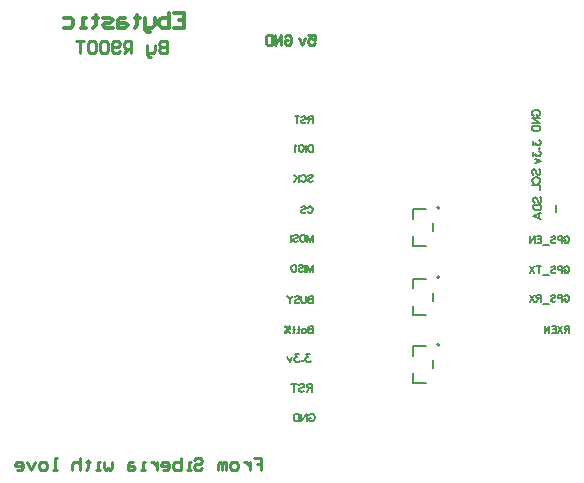
<source format=gbr>
G04*
G04 #@! TF.GenerationSoftware,Altium Limited,Altium Designer,25.5.2 (35)*
G04*
G04 Layer_Color=65535*
%FSLAX44Y44*%
%MOMM*%
G71*
G04*
G04 #@! TF.SameCoordinates,A89DEE48-1FC4-4ACA-BA4E-A691071BA7A7*
G04*
G04*
G04 #@! TF.FilePolarity,Positive*
G04*
G01*
G75*
%ADD13C,0.1016*%
%ADD14C,0.2540*%
%ADD15C,0.2000*%
%ADD16C,0.1778*%
%ADD49C,0.1300*%
%ADD50C,0.3000*%
D13*
X275316Y391728D02*
D03*
D14*
X292128Y384204D02*
X293461Y385537D01*
X296127D01*
X297460Y384204D01*
Y378873D01*
X296127Y377540D01*
X293461D01*
X292128Y378873D01*
Y381539D01*
X294794D01*
X289463Y377540D02*
Y385537D01*
X284131Y377540D01*
Y385537D01*
X281465D02*
Y377540D01*
X277467D01*
X276134Y378873D01*
Y384204D01*
X277467Y385537D01*
X281465D01*
X312128D02*
X317460D01*
Y381539D01*
X314794Y382872D01*
X313461D01*
X312128Y381539D01*
Y378873D01*
X313461Y377540D01*
X316127D01*
X317460Y378873D01*
X309463Y382872D02*
X306797Y377540D01*
X304131Y382872D01*
X192460Y380869D02*
Y370872D01*
X187462D01*
X185795Y372538D01*
Y374204D01*
X187462Y375871D01*
X192460D01*
X187462D01*
X185795Y377537D01*
Y379203D01*
X187462Y380869D01*
X192460D01*
X182463Y377537D02*
Y372538D01*
X180797Y370872D01*
X175799D01*
Y369206D01*
X177465Y367540D01*
X179131D01*
X175799Y370872D02*
Y377537D01*
X162470Y370872D02*
Y380869D01*
X157471D01*
X155805Y379203D01*
Y375871D01*
X157471Y374204D01*
X162470D01*
X159137D02*
X155805Y370872D01*
X152473Y372538D02*
X150807Y370872D01*
X147474D01*
X145808Y372538D01*
Y379203D01*
X147474Y380869D01*
X150807D01*
X152473Y379203D01*
Y377537D01*
X150807Y375871D01*
X145808D01*
X137478Y380869D02*
X140810D01*
X142476Y379203D01*
Y372538D01*
X140810Y370872D01*
X137478D01*
X135812Y372538D01*
Y379203D01*
X137478Y380869D01*
X127481D02*
X130813D01*
X132479Y379203D01*
Y372538D01*
X130813Y370872D01*
X127481D01*
X125815Y372538D01*
Y379203D01*
X127481Y380869D01*
X122483D02*
X115818D01*
X119150D01*
Y370872D01*
X265795Y27537D02*
X272460D01*
Y22538D01*
X269128D01*
X272460D01*
Y17540D01*
X262463Y24204D02*
Y17540D01*
Y20872D01*
X260797Y22538D01*
X259131Y24204D01*
X257465D01*
X250800Y17540D02*
X247468D01*
X245802Y19206D01*
Y22538D01*
X247468Y24204D01*
X250800D01*
X252466Y22538D01*
Y19206D01*
X250800Y17540D01*
X242470D02*
Y24204D01*
X240804D01*
X239137Y22538D01*
Y17540D01*
Y22538D01*
X237471Y24204D01*
X235805Y22538D01*
Y17540D01*
X215812Y25871D02*
X217478Y27537D01*
X220810D01*
X222476Y25871D01*
Y24204D01*
X220810Y22538D01*
X217478D01*
X215812Y20872D01*
Y19206D01*
X217478Y17540D01*
X220810D01*
X222476Y19206D01*
X212479Y17540D02*
X209147D01*
X210813D01*
Y24204D01*
X212479D01*
X204149Y27537D02*
Y17540D01*
X199150D01*
X197484Y19206D01*
Y20872D01*
Y22538D01*
X199150Y24204D01*
X204149D01*
X189153Y17540D02*
X192486D01*
X194152Y19206D01*
Y22538D01*
X192486Y24204D01*
X189153D01*
X187487Y22538D01*
Y20872D01*
X194152D01*
X184155Y24204D02*
Y17540D01*
Y20872D01*
X182489Y22538D01*
X180823Y24204D01*
X179157D01*
X174158Y17540D02*
X170826D01*
X172492D01*
Y24204D01*
X174158D01*
X164162D02*
X160829D01*
X159163Y22538D01*
Y17540D01*
X164162D01*
X165828Y19206D01*
X164162Y20872D01*
X159163D01*
X145834Y24204D02*
Y19206D01*
X144168Y17540D01*
X142502Y19206D01*
X140836Y17540D01*
X139170Y19206D01*
Y24204D01*
X135837Y17540D02*
X132505D01*
X134171D01*
Y24204D01*
X135837D01*
X125841Y25871D02*
Y24204D01*
X127507D01*
X124174D01*
X125841D01*
Y19206D01*
X124174Y17540D01*
X119176Y27537D02*
Y17540D01*
Y22538D01*
X117510Y24204D01*
X114178D01*
X112512Y22538D01*
Y17540D01*
X99183D02*
X95850D01*
X97516D01*
Y27537D01*
X99183D01*
X89186Y17540D02*
X85854D01*
X84187Y19206D01*
Y22538D01*
X85854Y24204D01*
X89186D01*
X90852Y22538D01*
Y19206D01*
X89186Y17540D01*
X80855Y24204D02*
X77523Y17540D01*
X74191Y24204D01*
X65860Y17540D02*
X69192D01*
X70858Y19206D01*
Y22538D01*
X69192Y24204D01*
X65860D01*
X64194Y22538D01*
Y20872D01*
X70858D01*
D15*
X423328Y239620D02*
G03*
X423328Y239620I-1000J0D01*
G01*
Y123620D02*
G03*
X423328Y123620I-1000J0D01*
G01*
Y180620D02*
G03*
X423328Y180620I-1000J0D01*
G01*
D16*
X301896Y189941D02*
X302169Y189123D01*
X517594Y165087D02*
X518139Y165632D01*
X532921Y133508D02*
Y139235D01*
X312205Y137053D02*
X312478Y136780D01*
X310070Y115501D02*
X313570D01*
X312478Y136780D02*
X313296Y136508D01*
X501943Y320982D02*
X502580Y321618D01*
X303969Y187214D02*
X304242Y187760D01*
X518139Y139235D02*
X521685D01*
X301787Y161635D02*
X303424Y162181D01*
X307511Y87539D02*
X308147Y87857D01*
X505329Y247689D02*
X505647Y247052D01*
X315751Y210978D02*
Y216705D01*
X305224Y214523D02*
X305496Y215341D01*
X532648Y211071D02*
X532921Y211890D01*
X310133Y160544D02*
Y164635D01*
X508957Y285003D02*
Y285957D01*
X504313Y265393D02*
X505904D01*
X308496Y235108D02*
X309314Y235381D01*
X310133Y315672D02*
Y316217D01*
X531285Y190035D02*
X531830Y189762D01*
X308769Y133508D02*
X309314Y133780D01*
X304647Y86266D02*
X304965Y86584D01*
X306314Y262596D02*
X306860Y262051D01*
X308060Y288542D02*
X308333Y289360D01*
X311387Y185578D02*
Y191305D01*
X306860Y311581D02*
X307678Y311308D01*
X523758Y163178D02*
X524576Y162905D01*
X523485Y139235D02*
X527303Y133508D01*
X302370Y108819D02*
X303325D01*
X504821Y284366D02*
X505139Y283730D01*
X299974Y60250D02*
X300292Y59614D01*
X307514Y189396D02*
X307787Y189941D01*
X505812Y165632D02*
X506630Y165905D01*
X303969Y164362D02*
X304514Y163817D01*
X523485Y187581D02*
X523758Y187308D01*
X509465Y245462D02*
Y246734D01*
X306860Y267233D02*
X307405Y267505D01*
X299605Y211796D02*
Y212614D01*
X523212Y213526D02*
Y214344D01*
X300779Y112319D02*
X301098Y112637D01*
X505267Y268765D02*
X505586Y268129D01*
X307405Y261778D02*
X308496D01*
X304242Y291542D02*
X304514Y292087D01*
X509085Y209708D02*
Y215435D01*
X300461Y111365D02*
X300779Y112319D01*
X508307Y319072D02*
Y320345D01*
X306042Y240017D02*
X306587Y240562D01*
X293551Y133508D02*
X294096Y134053D01*
X529648Y160450D02*
X530194Y160178D01*
X517594Y160996D02*
X518139Y160450D01*
X316901Y59614D02*
X317219Y60250D01*
X317537Y61205D02*
Y62795D01*
X507989Y305645D02*
X508307Y306600D01*
X504503Y277175D02*
X508957Y279084D01*
X298896Y191033D02*
X299442Y191305D01*
X523485Y214890D02*
X523758Y215163D01*
X531285Y215435D02*
X531830Y215163D01*
X518957Y184308D02*
X520048D01*
X502783Y239543D02*
X503102Y238589D01*
X314114Y240835D02*
X314660Y240562D01*
X295732Y139235D02*
X296278D01*
X300696Y317035D02*
X304514D01*
X517594Y214617D02*
X518139Y215163D01*
X312478Y162181D02*
X313296Y161908D01*
X311520Y87539D02*
X312474Y87221D01*
X307951Y216705D02*
X308496Y216432D01*
X315751Y287178D02*
Y292905D01*
X301242Y164362D02*
X302060Y164635D01*
X308465Y88175D02*
X308783Y88811D01*
X504821Y293657D02*
Y294612D01*
X505647Y247052D02*
X506283Y245143D01*
X501767Y270356D02*
X502086Y271311D01*
X315751Y237290D02*
Y238653D01*
X300696Y213705D02*
X302333Y214251D01*
X518685Y212435D02*
X520321Y212981D01*
Y187581D02*
X520867Y187853D01*
X507685Y287548D02*
X508321Y287230D01*
X502722Y264756D02*
X503358Y265074D01*
X309314Y235381D02*
X309860Y235926D01*
X307678Y317035D02*
X308769D01*
X532376Y189217D02*
X532648Y188671D01*
X309860Y134326D02*
X310133Y135144D01*
X304329Y84675D02*
X304965Y84039D01*
X306042Y263142D02*
X306314Y262596D01*
X307787Y287996D02*
X308060Y288542D01*
X309587Y185578D02*
Y191305D01*
X304514Y287996D02*
X305060Y287451D01*
X524576Y162905D02*
X527030D01*
X529103Y137598D02*
Y138144D01*
X303151Y137326D02*
X305060D01*
X508639Y284048D02*
X508957Y285003D01*
X499648Y184308D02*
X503466Y190035D01*
X307242Y189123D02*
X307514Y189396D01*
X505539Y165360D02*
X505812Y165632D01*
X304514Y163271D02*
Y163817D01*
X523758Y187308D02*
X524576Y187035D01*
X507556Y243870D02*
X508511D01*
X306042Y266142D02*
X306314Y266687D01*
X300969Y210978D02*
X302060D01*
X532648Y214072D02*
X532921Y213253D01*
X301734Y112956D02*
X302688D01*
X505586Y268129D02*
X505904Y267811D01*
X308496Y240835D02*
X309314Y240562D01*
X305060Y292633D02*
X305605Y292905D01*
X505539Y215435D02*
X509085D01*
X300461Y110728D02*
X300779Y109774D01*
X507989Y320982D02*
X508307Y320345D01*
X306587Y237563D02*
X307132Y237835D01*
X292460Y133780D02*
X293005Y133508D01*
X529103Y165087D02*
X529648Y165632D01*
X518139Y160450D02*
X518957Y160178D01*
X316264Y58977D02*
X316901Y59614D01*
X312764Y61205D02*
X314355D01*
X501625Y308827D02*
X508307D01*
X504503Y280993D02*
X508957Y279084D01*
X300533Y191305D02*
X301078Y191033D01*
X523758Y212708D02*
X524576Y212435D01*
X531830Y215163D02*
X532376Y214617D01*
X518139Y189762D02*
X518957Y190035D01*
X503102Y238589D02*
X503738Y237952D01*
X312478Y240562D02*
X313024Y240835D01*
X523485Y212981D02*
X523758Y212708D01*
X296005Y137326D02*
X296551D01*
X306860Y313763D02*
X307405Y314035D01*
X523212Y214344D02*
X523485Y214890D01*
X312478Y161635D02*
X313296Y161908D01*
X314355Y65341D02*
X315628D01*
X311933Y263414D02*
X312205Y263960D01*
X313842Y292905D02*
X315751D01*
X302169Y187760D02*
Y189123D01*
X506630Y165905D02*
X509085D01*
X508639Y286912D02*
X508957Y285957D01*
X503358Y265074D02*
X504313Y265393D01*
X311660Y236472D02*
X311933Y235926D01*
X301883Y58659D02*
X304110D01*
X531830Y184580D02*
X532376Y185126D01*
X306860Y133508D02*
Y137326D01*
X304965Y84039D02*
X305920Y83721D01*
X306860Y262051D02*
X307405Y261778D01*
X309314Y212341D02*
X309587Y213160D01*
X304242Y288542D02*
X304514Y287996D01*
X523212Y163996D02*
X523485Y163451D01*
X530466Y139235D02*
X532921D01*
X303969Y133780D02*
X304242Y134599D01*
X502580Y305009D02*
X503216Y304691D01*
X305060Y188305D02*
X306696Y188850D01*
X505266Y164814D02*
X505539Y165360D01*
X303969Y162453D02*
X304242Y162726D01*
X523212Y188126D02*
Y188944D01*
X503102Y244507D02*
X503738Y243870D01*
X314387Y267505D02*
X315205Y267233D01*
X305224Y213160D02*
Y214523D01*
X532376Y210526D02*
X532648Y211071D01*
X300779Y115501D02*
X302688Y112956D01*
X507353Y317800D02*
X507989Y318436D01*
X505904Y267811D02*
X506540Y267492D01*
X309587Y238926D02*
X309860Y239471D01*
X304514Y292087D02*
X305060Y292633D01*
X506903Y212708D02*
X509085D01*
X300779Y109774D02*
X301416Y109138D01*
X305920Y90402D02*
X307192D01*
X507989Y318436D02*
X508307Y319072D01*
X306314Y237290D02*
X306587Y237563D01*
X292187Y134326D02*
X292460Y133780D01*
X530194Y160178D02*
X531285D01*
X517594Y160996D02*
Y161814D01*
X315628Y58659D02*
X316264Y58977D01*
X304965Y90084D02*
X305920Y90402D01*
X507366Y289966D02*
X507685Y289648D01*
X507048Y283094D02*
X508003Y283412D01*
X301078Y191033D02*
X301623Y190487D01*
X524576Y212435D02*
X527030D01*
X528830Y214072D02*
X529103Y214617D01*
X520048Y190035D02*
X520867Y189762D01*
X503738Y237952D02*
X504375Y237634D01*
X314114Y235108D02*
X314660Y235381D01*
X295187Y138144D02*
Y138689D01*
X306587Y313490D02*
X306860Y313763D01*
X523212Y213526D02*
X523485Y212981D01*
X312205Y161362D02*
X312478Y161635D01*
X310883Y83721D02*
X313110Y87221D01*
X311933Y262596D02*
Y263414D01*
X315751Y311308D02*
Y317035D01*
X301896Y186941D02*
X302169Y187760D01*
X517594Y161814D02*
X517867Y162360D01*
X310070Y115501D02*
X311979Y112956D01*
X312205Y134053D02*
X312478Y133780D01*
X503216Y321936D02*
X504171Y322254D01*
X303969Y186396D02*
X304514Y185851D01*
X519503Y136508D02*
X521685D01*
X296452Y108819D02*
X298361Y113274D01*
X531285Y184308D02*
X531830Y184580D01*
X309860Y136508D02*
X310133Y135689D01*
X304329Y85630D02*
X304647Y86266D01*
X305224Y213160D02*
X305496Y212341D01*
X308496Y211251D02*
X309042Y211796D01*
X306696Y287178D02*
X307242Y287451D01*
X523485Y165360D02*
X523758Y165632D01*
X529103Y138144D02*
X529376Y138689D01*
X303424Y133508D02*
X303969Y133780D01*
X501943Y305645D02*
X502580Y305009D01*
X305333Y191305D02*
X306424D01*
X505266Y164269D02*
Y164814D01*
X304242Y162726D02*
X304514Y163271D01*
X523212Y188126D02*
X523485Y187581D01*
X502783Y245462D02*
X503102Y244507D01*
X312478Y267233D02*
X313296Y267505D01*
X300151Y216432D02*
X300969Y216705D01*
X531830Y209981D02*
X532376Y210526D01*
X300779Y115501D02*
X304279D01*
X507353Y321618D02*
X507989Y320982D01*
X507495Y267492D02*
X508131Y268129D01*
X309314Y238653D02*
X309587Y238926D01*
X300805Y292905D02*
X301623Y292087D01*
X503739Y209708D02*
Y215435D01*
X300461Y110728D02*
Y111365D01*
X307192Y90402D02*
X308147Y90084D01*
X306042Y235926D02*
Y236744D01*
X293005Y133508D02*
X293551D01*
X307787Y292087D02*
X308060Y291542D01*
X529103Y160996D02*
X529648Y160450D01*
X518957Y160178D02*
X520048D01*
X313083Y59614D02*
X313719Y58977D01*
X505457Y292703D02*
X506412Y292384D01*
Y283094D02*
X507048D01*
X301623Y190487D02*
X301896Y189941D01*
X527030Y209708D02*
Y215435D01*
X530194D02*
X531285D01*
X505266Y190035D02*
X509085D01*
X504375Y237634D02*
X505329Y237316D01*
X312478Y235381D02*
X313024Y235108D01*
X297096Y137871D02*
Y138417D01*
X306314Y312945D02*
X306587Y313490D01*
X521412Y214072D02*
Y214617D01*
X311933Y159999D02*
Y160817D01*
X310883Y88493D02*
Y89130D01*
X312205Y263960D02*
X312478Y264233D01*
X313296Y317035D02*
X315751D01*
X301078Y185851D02*
X301623Y186396D01*
X523212Y163996D02*
Y164814D01*
X311025Y112956D02*
X311979D01*
X311933Y134599D02*
X312205Y134053D01*
X501625Y310927D02*
X508307D01*
X305333Y185578D02*
X306424D01*
X516339Y133508D02*
Y139235D01*
X315751Y158908D02*
Y164635D01*
X305601Y86902D02*
X307511Y87539D01*
X504821Y293657D02*
X505139Y293021D01*
X503738Y248325D02*
X504375D01*
X502086Y271311D02*
X502722Y271947D01*
X315478Y236472D02*
X315751Y237290D01*
X300151Y213433D02*
X300696Y213705D01*
X518139Y212162D02*
X518685Y212435D01*
Y187035D02*
X520321Y187581D01*
X305605Y287178D02*
X306696D01*
X523212Y164814D02*
X523485Y165360D01*
X529103Y137598D02*
X529376Y137053D01*
X304242Y134599D02*
Y139235D01*
X503216Y304691D02*
X504171Y304373D01*
X315751Y185578D02*
Y191305D01*
X505266Y164269D02*
X505539Y163723D01*
X302060Y164635D02*
X303151D01*
X523758Y189762D02*
X524576Y190035D01*
X502783Y245462D02*
Y246734D01*
X315205Y267233D02*
X315751Y266687D01*
X302060Y216705D02*
X302878Y216432D01*
X529648Y209981D02*
X530194Y209708D01*
X306587Y159726D02*
X307132Y159180D01*
X508639Y296203D02*
X508957Y295248D01*
X508131Y268129D02*
X508449Y269083D01*
X311660Y239471D02*
X311933Y240017D01*
Y315399D02*
X312205Y314854D01*
X303969Y290723D02*
X304242Y291542D01*
X499921Y209708D02*
X503739Y215435D01*
X301416Y109138D02*
X302370Y108819D01*
X308147Y90084D02*
X308783Y89448D01*
X306042Y235926D02*
X306587Y235381D01*
X293278Y135417D02*
X293823Y135144D01*
X308333Y289360D02*
Y290723D01*
X528830Y161541D02*
X529103Y160996D01*
X510885Y158269D02*
X515794D01*
X313719Y58977D02*
X314355Y58659D01*
X505139Y293021D02*
X505457Y292703D01*
X502275Y283412D02*
X504821Y285321D01*
X304110Y58659D02*
Y65341D01*
X299442Y191305D02*
X300533D01*
X521139Y163996D02*
X521412Y164541D01*
X312205Y159453D02*
X312478Y159180D01*
X507176Y184308D02*
Y190035D01*
X505329Y237316D02*
X506920D01*
X314660Y235381D02*
X315205Y235926D01*
X295187Y138689D02*
X295732Y139235D01*
X306314Y312126D02*
X306860Y311581D01*
X521139Y213526D02*
X521412Y214072D01*
X311933Y159999D02*
X312205Y159453D01*
X299974Y63750D02*
X300292Y64386D01*
X311933Y262596D02*
X312478Y262051D01*
Y314581D02*
X313296Y314308D01*
X298078Y186941D02*
X298351Y186396D01*
X310388Y112637D02*
X311025Y112956D01*
X312478Y133780D02*
X313296Y133508D01*
X501625Y315382D02*
X508307Y310927D01*
X305496Y215341D02*
X305769Y215887D01*
X307242Y185851D02*
X307787Y186396D01*
X512521Y133508D02*
X516339Y139235D01*
X313296Y158908D02*
X315751D01*
X305920Y83721D02*
X307192D01*
X502275Y292703D02*
X504821Y294612D01*
X508449Y254702D02*
Y258520D01*
X502722Y271947D02*
X503358D01*
X315205Y235926D02*
X315478Y236472D01*
X294533Y164635D02*
X296714Y161908D01*
X299878Y213160D02*
X300151Y213433D01*
X517867Y211890D02*
X518139Y212162D01*
Y186762D02*
X518685Y187035D01*
X508321Y287230D02*
X508639Y286912D01*
X501767Y262211D02*
X502086Y261574D01*
X308496Y267505D02*
X309042Y267233D01*
X313569Y185578D02*
X315751Y191305D01*
X505539Y163723D02*
X505812Y163451D01*
X301242Y159180D02*
X302060Y158908D01*
X523485Y189490D02*
X523758Y189762D01*
X502783Y232670D02*
X509465Y235216D01*
X315751Y266142D02*
Y266687D01*
X302878Y216432D02*
X303424Y215887D01*
X529103Y210526D02*
X529648Y209981D01*
X306314Y160544D02*
X306587Y159726D01*
X507685Y296839D02*
X508321Y296521D01*
X508131Y271311D02*
X508449Y270356D01*
X311933Y240017D02*
X312478Y240562D01*
X312205Y314854D02*
X312478Y314581D01*
X301623Y292087D02*
X302169Y291814D01*
X505539Y209708D02*
X509085D01*
X306860Y136508D02*
X307405Y137053D01*
X304329Y89448D02*
X304965Y90084D01*
X306042Y236744D02*
X306314Y237290D01*
X293823Y135144D02*
X294096Y134599D01*
X310133Y287178D02*
Y292905D01*
X528830Y161541D02*
Y162360D01*
X520048Y160178D02*
X520867Y160450D01*
X303325Y108819D02*
X304279Y109138D01*
X507685Y290285D02*
X508003Y289966D01*
X502275Y283412D02*
Y286912D01*
X299655Y61205D02*
Y62795D01*
X298078Y189941D02*
X298351Y190487D01*
X520867Y163723D02*
X521139Y163996D01*
X312478Y159180D02*
X313296Y158908D01*
X520867Y187853D02*
X521139Y188126D01*
X506283Y245143D02*
X506602Y244507D01*
X313024Y240835D02*
X314114D01*
X296714Y158908D02*
Y161908D01*
X297805Y189123D02*
X298078Y189941D01*
X520867Y215163D02*
X521412Y214617D01*
X299655Y62795D02*
X299974Y63750D01*
X309860Y263142D02*
X310133Y263960D01*
X313296Y314308D02*
X315751D01*
X297805Y187760D02*
X298078Y186941D01*
X310070Y112319D02*
X310388Y112637D01*
X313296Y133508D02*
X315751D01*
X501625Y315382D02*
X508307D01*
X306860Y216705D02*
X307951D01*
X306424Y185578D02*
X307242Y185851D01*
X512521Y133508D02*
Y139235D01*
X312616Y108819D02*
X313570Y109138D01*
X308783Y88811D02*
Y89448D01*
X502275Y292703D02*
Y296203D01*
X507495Y264756D02*
X508131Y264120D01*
X501767Y269083D02*
Y270356D01*
X311387Y216705D02*
X313569Y210978D01*
X292187Y139235D02*
X292733Y138962D01*
X299605Y212614D02*
X299878Y213160D01*
X532921Y211890D02*
Y213253D01*
X517867Y186490D02*
X518139Y186762D01*
X507874Y237634D02*
X508511Y237952D01*
X501767Y263484D02*
X502086Y264120D01*
X309042Y267233D02*
X309587Y266687D01*
X294543Y113274D02*
X296452Y108819D01*
X529648Y184580D02*
X530194Y184308D01*
X310133Y135144D02*
Y135689D01*
X304329Y84675D02*
Y85630D01*
X305496Y212341D02*
X305769Y211796D01*
X309042D02*
X309314Y212341D01*
X520867Y213253D02*
X521139Y213526D01*
X299655Y61205D02*
X299974Y60250D01*
X309587Y266687D02*
X309860Y266142D01*
X311933Y311308D02*
X313842Y314308D01*
X309752Y111365D02*
X310070Y112319D01*
X312205Y135962D02*
X312478Y136235D01*
X504171Y322254D02*
X505761D01*
X306314Y216432D02*
X306860Y216705D01*
X303969Y186396D02*
Y187214D01*
X518139Y133508D02*
X521685D01*
X313570Y109138D02*
X313888Y109456D01*
X312474Y90402D02*
X315338D01*
X508307Y306600D02*
Y308827D01*
X508131Y264120D02*
X508449Y263484D01*
X299605Y211796D02*
X300151Y211251D01*
X517594Y210526D02*
X518139Y209981D01*
X517594Y185126D02*
X518139Y184580D01*
X506920Y237316D02*
X507874Y237634D01*
X502086Y264120D02*
X502722Y264756D01*
X311933Y266687D02*
X312478Y267233D01*
X295460Y137598D02*
X296005Y137326D01*
X529103Y185126D02*
X529648Y184580D01*
X307951Y133508D02*
X308769D01*
X306210Y58659D02*
Y65341D01*
X305769Y211796D02*
X306314Y211251D01*
X309314Y215341D02*
X309587Y214523D01*
X307242Y287451D02*
X307787Y287996D01*
X523758Y165632D02*
X524576Y165905D01*
X529648Y138962D02*
X530466Y139235D01*
X302878Y133508D02*
X303424D01*
X501625Y306600D02*
Y308827D01*
X312478Y316763D02*
X313296Y317035D01*
X309752Y110728D02*
Y111365D01*
X311933Y137598D02*
X312205Y137053D01*
X506716Y321936D02*
X507353Y321618D01*
X305769Y215887D02*
X306314Y216432D01*
X292187Y139235D02*
X297096Y133508D01*
X528830Y188671D02*
X529103Y189217D01*
X531285Y160178D02*
X531830Y160450D01*
X313888Y109456D02*
X314206Y110092D01*
X312764Y63750D02*
X313083Y64386D01*
X501625Y306600D02*
X501943Y305645D01*
X506858Y260620D02*
X507495Y260938D01*
X300151Y211251D02*
X300969Y210978D01*
X517594Y211344D02*
X517867Y211890D01*
X518139Y184580D02*
X518957Y184308D01*
X502783Y241771D02*
X509465D01*
X502086Y261574D02*
X502722Y260938D01*
X306860Y210978D02*
X307951D01*
X307405Y267505D02*
X308496D01*
X314355Y58659D02*
X315628D01*
X528830Y185671D02*
X529103Y185126D01*
X311933Y162999D02*
X312205Y162453D01*
X301883Y65341D02*
X304110D01*
X306314Y211251D02*
X306860Y210978D01*
X311387D02*
Y216705D01*
X313024Y292633D02*
X313842Y292905D01*
X518139Y165632D02*
X518957Y165905D01*
X529376Y138689D02*
X529648Y138962D01*
X299987Y133780D02*
X300260Y134599D01*
X502580Y321618D02*
X503216Y321936D01*
X313296Y164635D02*
X315751D01*
X505812Y163451D02*
X506630Y163178D01*
X301242Y161362D02*
X301787Y161635D01*
X523212Y188944D02*
X523485Y189490D01*
X507238Y231080D02*
Y234261D01*
X313296Y267505D02*
X314387D01*
X303151Y214796D02*
X303424Y215341D01*
X528830Y211071D02*
X529103Y210526D01*
X306314Y160544D02*
Y164635D01*
X507048Y292384D02*
X508003Y292703D01*
X506540Y267492D02*
X507495D01*
X309314Y240562D02*
X309860Y240017D01*
X307405Y314035D02*
X309042Y314581D01*
X300805Y287178D02*
Y292905D01*
X518139Y215163D02*
X518957Y215435D01*
X307405Y137053D02*
X307951Y137326D01*
X310883Y89130D02*
X311201Y89766D01*
X306587Y240562D02*
X307405Y240835D01*
X292187Y134871D02*
X292733Y135417D01*
X311933Y290723D02*
X312205Y291542D01*
X528830Y162360D02*
X530194D01*
X532921D02*
Y163723D01*
X304279Y109138D02*
X304597Y109456D01*
X507366Y289966D02*
X507685Y290285D01*
X503995Y271629D02*
X504313Y271311D01*
X312764Y60250D02*
X313083Y59614D01*
X307242Y191033D02*
X307787Y190487D01*
X520321Y163451D02*
X520867Y163723D01*
X312205Y164090D02*
X312478Y164362D01*
X520867Y189762D02*
X521412Y189217D01*
X506602Y244507D02*
X506920Y244189D01*
X315478Y265596D02*
X315751Y266142D01*
X312205Y316490D02*
X312478Y316763D01*
X297805Y187760D02*
Y189123D01*
X311933Y137598D02*
Y138144D01*
X506716Y317482D02*
X507353Y317800D01*
X313296Y261778D02*
X314387D01*
X296714Y161908D02*
X298896Y164635D01*
X531830Y189762D02*
X532376Y189217D01*
X531285Y165905D02*
X531830Y165632D01*
X313296Y136508D02*
X315751D01*
X313083Y64386D02*
X313719Y65023D01*
X505761Y304373D02*
X506716Y304691D01*
X508131Y261574D02*
X508449Y262211D01*
X302060Y210978D02*
X302878Y211251D01*
X517594Y210526D02*
Y211344D01*
X520048Y184308D02*
X520867Y184580D01*
X508511Y237952D02*
X509147Y238589D01*
X501767Y262211D02*
Y263484D01*
X313024Y235108D02*
X314114D01*
X296551Y137326D02*
X297096Y137871D01*
X309587Y311581D02*
X310133Y312126D01*
X528830Y185671D02*
Y186490D01*
X312205Y162453D02*
X312478Y162181D01*
X300928Y65023D02*
X301883Y65341D01*
X309587Y213160D02*
Y214523D01*
X312478Y292087D02*
X313024Y292633D01*
X518957Y165905D02*
X520048D01*
X529376Y137053D02*
X529648Y136780D01*
X299442Y133508D02*
X299987Y133780D01*
X501625Y319072D02*
Y320345D01*
X312478Y164362D02*
X313296Y164635D01*
X505266Y160178D02*
X507176Y163178D01*
X300969Y161090D02*
X301242Y161362D01*
X524576Y190035D02*
X527030D01*
X502783Y232670D02*
X509465Y230125D01*
X309314Y137053D02*
X309860Y136508D01*
X303424Y215341D02*
Y215887D01*
X528830Y211071D02*
Y211890D01*
X309860Y159726D02*
X310133Y160544D01*
X508003Y292703D02*
X508639Y293339D01*
X507495Y271947D02*
X508131Y271311D01*
X309860Y239471D02*
Y240017D01*
X309587Y314854D02*
X309860Y315126D01*
X305060Y287451D02*
X305605Y287178D01*
X520048Y215435D02*
X520867Y215163D01*
X307951Y137326D02*
X308769D01*
X311201Y89766D02*
X311520Y90084D01*
X306587Y235381D02*
X307405Y235108D01*
X292733Y135417D02*
X293278D01*
X311933Y289360D02*
X312205Y288542D01*
X528830Y164541D02*
X529103Y165087D01*
X532648Y164541D02*
X532921Y163723D01*
X304597Y109456D02*
X304916Y110092D01*
X507685Y289648D02*
X508003Y289966D01*
X503358Y271947D02*
X503995Y271629D01*
X312764Y60250D02*
Y61205D01*
X303969Y190487D02*
X304514Y191033D01*
X518685Y162905D02*
X520321Y163451D01*
X303151Y158908D02*
X303969Y159180D01*
X521412Y188671D02*
Y189217D01*
X506920Y244189D02*
X507556Y243870D01*
X315205Y265324D02*
X315478Y265596D01*
X311933Y315944D02*
X312205Y316490D01*
X298351Y186396D02*
X298896Y185851D01*
X520321Y212981D02*
X520867Y213253D01*
X300292Y64386D02*
X300928Y65023D01*
X309860Y266142D02*
X310133Y265324D01*
X505761Y317482D02*
Y319072D01*
X315205Y262051D02*
X315751Y262596D01*
X293551Y138689D02*
X294369D01*
X532648Y188671D02*
X532921Y187853D01*
X531830Y165632D02*
X532376Y165087D01*
X313296Y139235D02*
X315751D01*
X313719Y65023D02*
X314355Y65341D01*
X506716Y304691D02*
X507353Y305009D01*
X507495Y260938D02*
X508131Y261574D01*
X302878Y211251D02*
X303424Y211796D01*
X518139Y209981D02*
X518957Y209708D01*
X520867Y184580D02*
X521412Y185126D01*
X509147Y238589D02*
X509465Y239543D01*
X502086Y268129D02*
X502722Y267492D01*
X314660Y240562D02*
X315205Y240017D01*
X296823Y138962D02*
X297096Y138417D01*
X307678Y311308D02*
X308769D01*
X528830Y186490D02*
X530194D01*
X311933Y160817D02*
X312205Y161362D01*
X300002Y83721D02*
Y90402D01*
X308496Y216432D02*
X309042Y215887D01*
X312478Y287996D02*
X313024Y287451D01*
X520867Y165632D02*
X521412Y165087D01*
X529648Y136780D02*
X530466Y136508D01*
X300260Y134599D02*
Y139235D01*
X501625Y320345D02*
X501943Y320982D01*
X313296Y161908D02*
X315751D01*
X499648Y160178D02*
X503466Y165905D01*
X300696Y160544D02*
X300969Y161090D01*
X524576Y187035D02*
X527030D01*
X503102Y247689D02*
X503738Y248325D01*
X311933Y135417D02*
X312205Y135962D01*
X302878Y214523D02*
X303151Y214796D01*
X528830Y211890D02*
X530194D01*
X309314Y159180D02*
X309860Y159726D01*
X508639Y293339D02*
X508957Y294294D01*
X508449Y269083D02*
Y270356D01*
X307405Y240835D02*
X308496D01*
X309042Y314581D02*
X309587Y314854D01*
X307242Y292633D02*
X307787Y292087D01*
X499921Y209708D02*
Y215435D01*
X308769Y137326D02*
X309314Y137053D01*
X297774Y90402D02*
X302229D01*
X307132Y237835D02*
X308769Y238381D01*
X292187Y134326D02*
Y134871D01*
X312205Y291542D02*
X312478Y292087D01*
X527030Y160178D02*
Y165905D01*
X532376Y160996D02*
X532648Y161541D01*
X307334Y110410D02*
X307652Y110092D01*
X505457Y283412D02*
X506412Y283094D01*
X310664Y58659D02*
Y65341D01*
X304514Y191033D02*
X305333Y191305D01*
X518139Y162632D02*
X518685Y162905D01*
X303969Y159180D02*
X304514Y159726D01*
X517594Y189217D02*
X518139Y189762D01*
X509147Y247689D02*
X509465Y246734D01*
X314660Y265051D02*
X315205Y265324D01*
X311933Y315399D02*
Y315944D01*
X301623Y186396D02*
X301896Y186941D01*
X520048Y209708D02*
X520867Y209981D01*
X316901Y64386D02*
X317219Y63750D01*
X310133Y263960D02*
Y265324D01*
X303969Y289360D02*
X304242Y288542D01*
X309752Y110728D02*
X310070Y109774D01*
X532921Y186490D02*
Y187853D01*
X532376Y165087D02*
X532648Y164541D01*
X315751Y133508D02*
Y139235D01*
X312474Y87221D02*
X315338D01*
X504171Y304373D02*
X505761D01*
X508449Y262211D02*
Y263484D01*
X297805Y210978D02*
Y216705D01*
X524576Y215435D02*
X527030D01*
X529103Y214617D02*
X529648Y215163D01*
X517594Y185126D02*
Y185944D01*
X509465Y239543D02*
Y241771D01*
X501767Y269083D02*
X502086Y268129D01*
X315205Y240017D02*
X315478Y239471D01*
X521685Y236378D02*
Y242105D01*
X296278Y139235D02*
X296823Y138962D01*
X308769Y311308D02*
X309587Y311581D01*
X530194Y190035D02*
X531285D01*
X311933Y162999D02*
Y163544D01*
X310883Y88493D02*
X311201Y87857D01*
X309042Y215887D02*
X309314Y215341D01*
X313024Y287451D02*
X313842Y287178D01*
X506630Y163178D02*
X509085D01*
X529103Y133508D02*
X531012Y136508D01*
X298896Y133508D02*
X299442D01*
X501625Y319072D02*
X501943Y318436D01*
X304514Y188032D02*
X305060Y188305D01*
X509085Y160178D02*
Y165905D01*
X300696Y159726D02*
Y160544D01*
X308147Y87857D02*
X308465Y88175D01*
X502783Y246734D02*
X503102Y247689D01*
X312478Y136235D02*
X313296Y136508D01*
X299605Y215887D02*
X300151Y216432D01*
X531285Y209708D02*
X531830Y209981D01*
X307132Y159180D02*
X307951Y158908D01*
X508321Y296521D02*
X508639Y296203D01*
X501767Y258520D02*
X508449D01*
X308769Y238381D02*
X309314Y238653D01*
X309860Y315126D02*
X310133Y315672D01*
X530194Y184308D02*
X531285D01*
X309314Y133780D02*
X309860Y134326D01*
X311520Y90084D02*
X312474Y90402D01*
X300424Y267505D02*
X304242Y263687D01*
X294369Y138689D02*
X295187Y138962D01*
X311933Y289360D02*
Y290723D01*
X306314Y312126D02*
Y312945D01*
X530194Y165905D02*
X531285D01*
X531830Y160450D02*
X532376Y160996D01*
X307015Y110092D02*
X307334Y109774D01*
X508003Y283412D02*
X508639Y284048D01*
X306210Y58659D02*
X310664Y65341D01*
X306424Y191305D02*
X307242Y191033D01*
X517867Y162360D02*
X518139Y162632D01*
X303424Y162181D02*
X303969Y162453D01*
X521139Y188126D02*
X521412Y188671D01*
X508511Y248325D02*
X509147Y247689D01*
X313024Y264505D02*
X314660Y265051D01*
X300533Y185578D02*
X301078Y185851D01*
X518957Y209708D02*
X520048D01*
X311933Y138144D02*
X312205Y138689D01*
X315628Y65341D02*
X316264Y65023D01*
X309587Y262596D02*
X309860Y263142D01*
X305605Y292905D02*
X306696D01*
X310070Y109774D02*
X310706Y109138D01*
X312205Y138689D02*
X312478Y138962D01*
X317219Y60250D02*
X317537Y61205D01*
X315338Y83721D02*
Y90402D01*
X507353Y305009D02*
X507989Y305645D01*
X506858Y265074D02*
X507495Y264756D01*
X298351Y190487D02*
X298896Y191033D01*
X523758Y215163D02*
X524576Y215435D01*
X529648Y215163D02*
X530194Y215435D01*
X517594Y185944D02*
X517867Y186490D01*
X502783Y239543D02*
Y241771D01*
X315478Y239471D02*
X315751Y238653D01*
X295187Y138962D02*
X295732Y139235D01*
X302605Y311308D02*
Y317035D01*
X532376Y185126D02*
X532648Y185671D01*
X311933Y163544D02*
X312205Y164090D01*
X311201Y87857D02*
X311520Y87539D01*
X307951Y210978D02*
X308496Y211251D01*
X313842Y287178D02*
X315751D01*
X520048Y165905D02*
X520867Y165632D01*
X530466Y136508D02*
X532921D01*
X299169Y137326D02*
X301078D01*
X501943Y318436D02*
X502580Y317800D01*
X304514Y185851D02*
X305333Y185578D01*
X499648Y165905D02*
X503466Y160178D01*
X300696Y163817D02*
X301242Y164362D01*
X307192Y83721D02*
X308147Y84039D01*
X504375Y248325D02*
X505011Y248007D01*
X311933Y134599D02*
Y135417D01*
X302333Y214251D02*
X302878Y214523D01*
X530194Y209708D02*
X531285D01*
X308496Y158908D02*
X309314Y159180D01*
X508957Y294294D02*
Y295248D01*
X502722Y260938D02*
X503358Y260620D01*
X307405Y235108D02*
X308496D01*
X308769Y317035D02*
X309587Y316763D01*
X529103Y189217D02*
X529648Y189762D01*
X307405Y133780D02*
X307951Y133508D01*
X300928Y58977D02*
X301883Y58659D01*
X300424Y261778D02*
X302878Y265051D01*
X292733Y138962D02*
X293551Y138689D01*
X312205Y288542D02*
X312478Y287996D01*
X306314Y316217D02*
X306860Y316763D01*
X524576Y165905D02*
X527030D01*
X532648Y161541D02*
X532921Y162360D01*
X307334Y109774D02*
X307652Y110092D01*
X505139Y283730D02*
X505457Y283412D01*
X300292Y59614D02*
X300928Y58977D01*
X307787Y189941D02*
Y190487D01*
X520867Y160450D02*
X521412Y160996D01*
X302060Y158908D02*
X303151D01*
X518957Y190035D02*
X520048D01*
X508511Y243870D02*
X509147Y244507D01*
X312478Y264233D02*
X313024Y264505D01*
X298896Y185851D02*
X299442Y185578D01*
X520867Y209981D02*
X521412Y210526D01*
X312478Y138962D02*
X313296Y139235D01*
X317219Y63750D02*
X317537Y62795D01*
X504313Y271311D02*
X504631Y270674D01*
X308496Y261778D02*
X309042Y262051D01*
X306696Y292905D02*
X307242Y292633D01*
X532648Y185671D02*
X532921Y186490D01*
X310706Y109138D02*
X311661Y108819D01*
X505761Y317482D02*
X506716D01*
X312478Y262051D02*
X313296Y261778D01*
X295187Y138144D02*
X295460Y137598D01*
X502580Y317800D02*
X503216Y317482D01*
X304242Y187760D02*
X304514Y188032D01*
X521685Y133508D02*
Y139235D01*
X300696Y159726D02*
X301242Y159180D01*
X308147Y84039D02*
X308783Y84675D01*
X505011Y248007D02*
X505329Y247689D01*
X313569Y210978D02*
X315751Y216705D01*
X300969D02*
X302060D01*
X532376Y214617D02*
X532648Y214072D01*
X307951Y158908D02*
X308496D01*
X506412Y292384D02*
X507048D01*
X505904Y265393D02*
X506858Y265074D01*
X311933Y235926D02*
X312478Y235381D01*
X309587Y316763D02*
X310133Y316217D01*
X529648Y189762D02*
X530194Y190035D01*
X306860Y134326D02*
X307405Y133780D01*
X304965Y86584D02*
X305601Y86902D01*
X304242Y261778D02*
Y267505D01*
X308060Y291542D02*
X308333Y290723D01*
X311387Y191305D02*
X313569Y185578D01*
X306860Y316763D02*
X307678Y317035D01*
X523485Y163451D02*
X523758Y163178D01*
X523485Y133508D02*
X527303Y139235D01*
X307015Y110092D02*
X307334Y110410D01*
X504821Y284366D02*
Y285321D01*
X499648Y190035D02*
X503466Y184308D01*
X306696Y188850D02*
X307242Y189123D01*
X521412Y164541D02*
Y165087D01*
X303151Y164635D02*
X303969Y164362D01*
X527030Y184308D02*
Y190035D01*
X509147Y244507D02*
X509465Y245462D01*
X306314Y266687D02*
X306860Y267233D01*
X299442Y185578D02*
X300533D01*
X518957Y215435D02*
X520048D01*
X301098Y112637D02*
X301734Y112956D01*
X316264Y65023D02*
X316901Y64386D01*
X504631Y270674D02*
X505267Y268765D01*
X309042Y262051D02*
X309587Y262596D01*
X303969Y289360D02*
Y290723D01*
X510885Y207799D02*
X515794D01*
X311661Y108819D02*
X312616D01*
X505761Y322254D02*
X506716Y321936D01*
X314387Y261778D02*
X315205Y262051D01*
X294096Y134053D02*
Y134599D01*
X529648Y165632D02*
X530194Y165905D01*
X510885Y182399D02*
X515794D01*
D49*
X400410Y230375D02*
Y238500D01*
Y207500D02*
Y215625D01*
Y207500D02*
X411685D01*
X400410Y238500D02*
X411685D01*
X418010Y219500D02*
Y226500D01*
X400410Y114375D02*
Y122500D01*
Y91500D02*
Y99625D01*
Y91500D02*
X411685D01*
X400410Y122500D02*
X411685D01*
X418010Y103500D02*
Y110500D01*
X400410Y171375D02*
Y179500D01*
Y148500D02*
Y156625D01*
Y148500D02*
X411685D01*
X400410Y179500D02*
X411685D01*
X418010Y160500D02*
Y167500D01*
D50*
X198669Y404661D02*
X207000D01*
Y392165D01*
X198669D01*
X207000Y398413D02*
X202835D01*
X194504Y404661D02*
Y392165D01*
X188256D01*
X186173Y394248D01*
Y396331D01*
Y398413D01*
X188256Y400496D01*
X194504D01*
X182008D02*
Y394248D01*
X179925Y392165D01*
X173678D01*
Y390083D01*
X175760Y388000D01*
X177843D01*
X173678Y392165D02*
Y400496D01*
X167430Y402579D02*
Y400496D01*
X169512D01*
X165347D01*
X167430D01*
Y394248D01*
X165347Y392165D01*
X157016Y400496D02*
X152851D01*
X150768Y398413D01*
Y392165D01*
X157016D01*
X159099Y394248D01*
X157016Y396331D01*
X150768D01*
X146603Y392165D02*
X140355D01*
X138272Y394248D01*
X140355Y396331D01*
X144520D01*
X146603Y398413D01*
X144520Y400496D01*
X138272D01*
X132024Y402579D02*
Y400496D01*
X134107D01*
X129942D01*
X132024D01*
Y394248D01*
X129942Y392165D01*
X123694D02*
X119528D01*
X121611D01*
Y400496D01*
X123694D01*
X104950D02*
X111198D01*
X113280Y398413D01*
Y394248D01*
X111198Y392165D01*
X104950D01*
M02*

</source>
